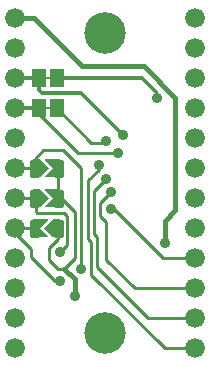
<source format=gbr>
G04 EAGLE Gerber RS-274X export*
G75*
%MOMM*%
%FSLAX34Y34*%
%LPD*%
%INBottom Copper*%
%IPPOS*%
%AMOC8*
5,1,8,0,0,1.08239X$1,22.5*%
G01*
%ADD10R,1.168400X1.600200*%
%ADD11R,0.635000X0.203200*%
%ADD12C,3.516000*%
%ADD13C,1.676400*%
%ADD14C,0.381000*%
%ADD15C,0.304800*%
%ADD16C,0.906400*%
%ADD17C,0.254000*%
%ADD18C,0.406400*%

G36*
X33711Y157497D02*
X33711Y157497D01*
X33768Y157507D01*
X33782Y157518D01*
X33790Y157520D01*
X33799Y157530D01*
X33834Y157555D01*
X41200Y164921D01*
X41208Y164935D01*
X41220Y164944D01*
X41241Y164996D01*
X41268Y165044D01*
X41267Y165060D01*
X41273Y165075D01*
X41263Y165129D01*
X41260Y165185D01*
X41250Y165198D01*
X41248Y165213D01*
X41200Y165279D01*
X33834Y172645D01*
X33783Y172673D01*
X33735Y172706D01*
X33718Y172709D01*
X33711Y172713D01*
X33698Y172712D01*
X33655Y172719D01*
X27940Y172719D01*
X27925Y172715D01*
X27909Y172717D01*
X27858Y172696D01*
X27805Y172680D01*
X27794Y172668D01*
X27780Y172662D01*
X27748Y172616D01*
X27711Y172575D01*
X27709Y172559D01*
X27700Y172546D01*
X27687Y172466D01*
X27687Y157734D01*
X27691Y157719D01*
X27689Y157703D01*
X27710Y157652D01*
X27726Y157599D01*
X27738Y157588D01*
X27744Y157574D01*
X27790Y157542D01*
X27831Y157505D01*
X27847Y157503D01*
X27860Y157494D01*
X27940Y157481D01*
X33655Y157481D01*
X33711Y157497D01*
G37*
G36*
X33711Y132097D02*
X33711Y132097D01*
X33768Y132107D01*
X33782Y132118D01*
X33790Y132120D01*
X33799Y132130D01*
X33834Y132155D01*
X41200Y139521D01*
X41208Y139535D01*
X41220Y139544D01*
X41241Y139596D01*
X41268Y139644D01*
X41267Y139660D01*
X41273Y139675D01*
X41263Y139729D01*
X41260Y139785D01*
X41250Y139798D01*
X41248Y139813D01*
X41200Y139879D01*
X33834Y147245D01*
X33783Y147273D01*
X33735Y147306D01*
X33718Y147309D01*
X33711Y147313D01*
X33698Y147312D01*
X33655Y147319D01*
X27940Y147319D01*
X27925Y147315D01*
X27909Y147317D01*
X27858Y147296D01*
X27805Y147280D01*
X27794Y147268D01*
X27780Y147262D01*
X27748Y147216D01*
X27711Y147175D01*
X27709Y147159D01*
X27700Y147146D01*
X27687Y147066D01*
X27687Y132334D01*
X27691Y132319D01*
X27689Y132303D01*
X27710Y132252D01*
X27726Y132199D01*
X27738Y132188D01*
X27744Y132174D01*
X27790Y132142D01*
X27831Y132105D01*
X27847Y132103D01*
X27860Y132094D01*
X27940Y132081D01*
X33655Y132081D01*
X33711Y132097D01*
G37*
G36*
X50815Y106685D02*
X50815Y106685D01*
X50831Y106683D01*
X50882Y106704D01*
X50935Y106720D01*
X50946Y106732D01*
X50960Y106738D01*
X50992Y106784D01*
X51029Y106825D01*
X51031Y106841D01*
X51040Y106854D01*
X51053Y106934D01*
X51053Y121666D01*
X51049Y121681D01*
X51051Y121697D01*
X51030Y121748D01*
X51014Y121801D01*
X51002Y121812D01*
X50996Y121826D01*
X50950Y121858D01*
X50909Y121895D01*
X50893Y121897D01*
X50880Y121906D01*
X50800Y121919D01*
X45085Y121919D01*
X45029Y121903D01*
X44972Y121893D01*
X44958Y121882D01*
X44950Y121880D01*
X44941Y121870D01*
X44906Y121845D01*
X37540Y114479D01*
X37532Y114465D01*
X37520Y114456D01*
X37499Y114404D01*
X37472Y114356D01*
X37473Y114340D01*
X37467Y114325D01*
X37477Y114271D01*
X37480Y114215D01*
X37490Y114202D01*
X37492Y114187D01*
X37540Y114121D01*
X44906Y106755D01*
X44957Y106727D01*
X45005Y106694D01*
X45022Y106691D01*
X45029Y106687D01*
X45042Y106688D01*
X45085Y106681D01*
X50800Y106681D01*
X50815Y106685D01*
G37*
G36*
X50815Y157485D02*
X50815Y157485D01*
X50831Y157483D01*
X50882Y157504D01*
X50935Y157520D01*
X50946Y157532D01*
X50960Y157538D01*
X50992Y157584D01*
X51029Y157625D01*
X51031Y157641D01*
X51040Y157654D01*
X51053Y157734D01*
X51053Y172466D01*
X51049Y172481D01*
X51051Y172497D01*
X51030Y172548D01*
X51014Y172601D01*
X51002Y172612D01*
X50996Y172626D01*
X50950Y172658D01*
X50909Y172695D01*
X50893Y172697D01*
X50880Y172706D01*
X50800Y172719D01*
X38100Y172719D01*
X38060Y172708D01*
X38019Y172706D01*
X37994Y172689D01*
X37965Y172680D01*
X37937Y172649D01*
X37903Y172626D01*
X37892Y172598D01*
X37871Y172575D01*
X37865Y172534D01*
X37849Y172496D01*
X37854Y172466D01*
X37849Y172435D01*
X37865Y172397D01*
X37872Y172357D01*
X37899Y172317D01*
X37904Y172306D01*
X37910Y172302D01*
X37918Y172290D01*
X44860Y165100D01*
X37918Y157910D01*
X37899Y157873D01*
X37871Y157843D01*
X37866Y157812D01*
X37852Y157785D01*
X37855Y157744D01*
X37849Y157703D01*
X37861Y157675D01*
X37863Y157645D01*
X37888Y157612D01*
X37904Y157574D01*
X37929Y157556D01*
X37947Y157532D01*
X37986Y157517D01*
X38020Y157494D01*
X38067Y157486D01*
X38079Y157482D01*
X38086Y157483D01*
X38100Y157481D01*
X50800Y157481D01*
X50815Y157485D01*
G37*
G36*
X50815Y132085D02*
X50815Y132085D01*
X50831Y132083D01*
X50882Y132104D01*
X50935Y132120D01*
X50946Y132132D01*
X50960Y132138D01*
X50992Y132184D01*
X51029Y132225D01*
X51031Y132241D01*
X51040Y132254D01*
X51053Y132334D01*
X51053Y147066D01*
X51049Y147081D01*
X51051Y147097D01*
X51030Y147148D01*
X51014Y147201D01*
X51002Y147212D01*
X50996Y147226D01*
X50950Y147258D01*
X50909Y147295D01*
X50893Y147297D01*
X50880Y147306D01*
X50800Y147319D01*
X38100Y147319D01*
X38060Y147308D01*
X38019Y147306D01*
X37994Y147289D01*
X37965Y147280D01*
X37937Y147249D01*
X37903Y147226D01*
X37892Y147198D01*
X37871Y147175D01*
X37865Y147134D01*
X37849Y147096D01*
X37854Y147066D01*
X37849Y147035D01*
X37865Y146997D01*
X37872Y146957D01*
X37899Y146917D01*
X37904Y146906D01*
X37910Y146902D01*
X37918Y146890D01*
X44860Y139700D01*
X37918Y132510D01*
X37899Y132473D01*
X37871Y132443D01*
X37866Y132412D01*
X37852Y132385D01*
X37855Y132344D01*
X37849Y132303D01*
X37861Y132275D01*
X37863Y132245D01*
X37888Y132212D01*
X37904Y132174D01*
X37929Y132156D01*
X37947Y132132D01*
X37986Y132117D01*
X38020Y132094D01*
X38067Y132086D01*
X38079Y132082D01*
X38086Y132083D01*
X38100Y132081D01*
X50800Y132081D01*
X50815Y132085D01*
G37*
G36*
X40680Y106692D02*
X40680Y106692D01*
X40721Y106694D01*
X40746Y106711D01*
X40775Y106720D01*
X40803Y106751D01*
X40837Y106774D01*
X40849Y106803D01*
X40869Y106825D01*
X40875Y106866D01*
X40892Y106904D01*
X40887Y106934D01*
X40891Y106965D01*
X40875Y107003D01*
X40869Y107043D01*
X40841Y107083D01*
X40836Y107094D01*
X40830Y107098D01*
X40822Y107110D01*
X33880Y114300D01*
X40822Y121490D01*
X40841Y121527D01*
X40869Y121557D01*
X40874Y121588D01*
X40888Y121615D01*
X40885Y121656D01*
X40891Y121697D01*
X40879Y121725D01*
X40877Y121755D01*
X40852Y121788D01*
X40836Y121826D01*
X40811Y121844D01*
X40793Y121868D01*
X40754Y121883D01*
X40720Y121906D01*
X40673Y121914D01*
X40661Y121918D01*
X40654Y121917D01*
X40640Y121919D01*
X27940Y121919D01*
X27925Y121915D01*
X27909Y121917D01*
X27858Y121896D01*
X27805Y121880D01*
X27794Y121868D01*
X27780Y121862D01*
X27748Y121816D01*
X27711Y121775D01*
X27709Y121759D01*
X27700Y121746D01*
X27687Y121666D01*
X27687Y106934D01*
X27691Y106919D01*
X27689Y106903D01*
X27710Y106852D01*
X27726Y106799D01*
X27738Y106788D01*
X27744Y106774D01*
X27790Y106742D01*
X27831Y106705D01*
X27847Y106703D01*
X27860Y106694D01*
X27940Y106681D01*
X40640Y106681D01*
X40680Y106692D01*
G37*
D10*
X33020Y215900D03*
X48260Y215900D03*
D11*
X40640Y215900D03*
D10*
X33020Y241300D03*
X48260Y241300D03*
D11*
X40640Y241300D03*
D12*
X88900Y25400D03*
X88900Y279400D03*
D13*
X12700Y292100D03*
X12700Y266700D03*
X12700Y241300D03*
X12700Y215900D03*
X12700Y190500D03*
X12700Y165100D03*
X12700Y139700D03*
X12700Y114300D03*
X12700Y88900D03*
X12700Y63500D03*
X12700Y38100D03*
X12700Y12700D03*
X165100Y12700D03*
X165100Y38100D03*
X165100Y63500D03*
X165100Y88900D03*
X165100Y114300D03*
X165100Y139700D03*
X165100Y165100D03*
X165100Y190500D03*
X165100Y215900D03*
X165100Y241300D03*
X165100Y266700D03*
X165100Y292100D03*
D14*
X51435Y120015D02*
X47625Y120015D01*
X51435Y120015D02*
X51435Y108585D01*
X47625Y108585D01*
X47625Y120015D01*
X47625Y112204D02*
X51435Y112204D01*
X51435Y115823D02*
X47625Y115823D01*
X47625Y119442D02*
X51435Y119442D01*
X31115Y120015D02*
X27305Y120015D01*
X31115Y120015D02*
X31115Y108585D01*
X27305Y108585D01*
X27305Y120015D01*
X27305Y112204D02*
X31115Y112204D01*
X31115Y115823D02*
X27305Y115823D01*
X27305Y119442D02*
X31115Y119442D01*
X31115Y159385D02*
X27305Y159385D01*
X27305Y170815D01*
X31115Y170815D01*
X31115Y159385D01*
X31115Y163004D02*
X27305Y163004D01*
X27305Y166623D02*
X31115Y166623D01*
X31115Y170242D02*
X27305Y170242D01*
X47625Y159385D02*
X51435Y159385D01*
X47625Y159385D02*
X47625Y170815D01*
X51435Y170815D01*
X51435Y159385D01*
X51435Y163004D02*
X47625Y163004D01*
X47625Y166623D02*
X51435Y166623D01*
X51435Y170242D02*
X47625Y170242D01*
X31115Y133985D02*
X27305Y133985D01*
X27305Y145415D01*
X31115Y145415D01*
X31115Y133985D01*
X31115Y137604D02*
X27305Y137604D01*
X27305Y141223D02*
X31115Y141223D01*
X31115Y144842D02*
X27305Y144842D01*
X47625Y133985D02*
X51435Y133985D01*
X47625Y133985D02*
X47625Y145415D01*
X51435Y145415D01*
X51435Y133985D01*
X51435Y137604D02*
X47625Y137604D01*
X47625Y141223D02*
X51435Y141223D01*
X51435Y144842D02*
X47625Y144842D01*
D15*
X33020Y241300D02*
X12700Y241300D01*
D16*
X104140Y193040D03*
D15*
X68580Y228600D01*
X35560Y228600D01*
X33020Y231140D01*
X33020Y241300D01*
X33020Y215900D02*
X12700Y215900D01*
D16*
X100330Y177800D03*
D17*
X33020Y210820D02*
X33020Y215900D01*
X33020Y210820D02*
X66040Y177800D01*
X100330Y177800D01*
X49530Y165100D02*
X49530Y139700D01*
X49530Y114300D02*
X49530Y105410D01*
X41910Y97790D01*
X41910Y87630D01*
X49530Y80010D01*
X54610Y80010D01*
D18*
X63500Y71120D02*
X63500Y57150D01*
X29210Y292100D02*
X12700Y292100D01*
X29210Y292100D02*
X69850Y251460D01*
X121920Y251460D01*
X148590Y224790D01*
D16*
X139700Y101600D03*
X63500Y57150D03*
D17*
X63500Y55880D01*
X52070Y139700D02*
X49530Y139700D01*
X52070Y139700D02*
X63500Y128270D01*
X63500Y88900D01*
X54610Y80010D01*
D18*
X63500Y71120D01*
X148590Y129540D02*
X148590Y224790D01*
X148590Y129540D02*
X139700Y120650D01*
X139700Y101600D01*
D16*
X90170Y187960D03*
D17*
X88900Y186690D01*
X77470Y186690D02*
X48260Y215900D01*
X77470Y186690D02*
X88900Y186690D01*
D15*
X120650Y241300D02*
X48260Y241300D01*
D16*
X133350Y224790D03*
D17*
X133350Y228600D02*
X120650Y241300D01*
X133350Y228600D02*
X133350Y224790D01*
X29210Y114300D02*
X12700Y114300D01*
D16*
X50800Y69850D03*
D17*
X12700Y110490D02*
X12700Y114300D01*
X12700Y110490D02*
X26670Y96520D01*
X26670Y90170D01*
X46990Y69850D01*
X50800Y69850D01*
X29210Y139700D02*
X12700Y139700D01*
D16*
X50800Y93980D03*
D17*
X57150Y100330D01*
X57150Y124460D01*
X54610Y127000D01*
X31750Y127000D01*
X30480Y128270D01*
X30480Y138430D01*
X29210Y139700D01*
X29210Y165100D02*
X12700Y165100D01*
D16*
X68580Y80010D03*
D17*
X68580Y165100D01*
X53340Y180340D01*
X36830Y180340D01*
X30480Y173990D01*
X30480Y166370D01*
X29210Y165100D01*
D16*
X83820Y167640D03*
D17*
X83820Y163830D01*
X74930Y154940D01*
X74930Y105410D01*
X77470Y102870D01*
X77470Y74930D01*
X139700Y12700D01*
X165100Y12700D01*
D16*
X90170Y156210D03*
D17*
X80010Y146050D01*
X80010Y109220D01*
X82550Y106680D01*
X82550Y81280D01*
X125730Y38100D01*
X165100Y38100D01*
D16*
X93980Y144780D03*
D17*
X85090Y135890D01*
X85090Y124460D01*
X90170Y119380D01*
X90170Y87630D01*
X114300Y63500D01*
X165100Y63500D01*
D16*
X93980Y130810D03*
D17*
X96520Y130810D01*
X138430Y88900D01*
X165100Y88900D01*
M02*

</source>
